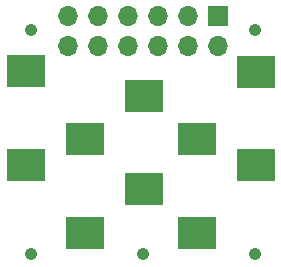
<source format=gbs>
G04 #@! TF.FileFunction,Soldermask,Bot*
%FSLAX46Y46*%
G04 Gerber Fmt 4.6, Leading zero omitted, Abs format (unit mm)*
G04 Created by KiCad (PCBNEW 4.0.6) date Sat Aug 26 16:54:21 2017*
%MOMM*%
%LPD*%
G01*
G04 APERTURE LIST*
%ADD10C,0.100000*%
%ADD11R,3.200000X2.700000*%
%ADD12C,1.050000*%
%ADD13R,1.700000X1.700000*%
%ADD14O,1.700000X1.700000*%
G04 APERTURE END LIST*
D10*
D11*
X102750000Y-81300000D03*
X102750000Y-89200000D03*
X107750000Y-87050000D03*
X107750000Y-94950000D03*
X112750000Y-83350000D03*
X112750000Y-91250000D03*
X117300000Y-87050000D03*
X117300000Y-94950000D03*
X122250000Y-81350000D03*
X122250000Y-89250000D03*
D12*
X103200000Y-96800000D03*
X112700000Y-96800000D03*
X122200000Y-96800000D03*
X122200000Y-77800000D03*
X103200000Y-77800000D03*
D13*
X119000000Y-76600000D03*
D14*
X119000000Y-79140000D03*
X116460000Y-76600000D03*
X116460000Y-79140000D03*
X113920000Y-76600000D03*
X113920000Y-79140000D03*
X111380000Y-76600000D03*
X111380000Y-79140000D03*
X108840000Y-76600000D03*
X108840000Y-79140000D03*
X106300000Y-76600000D03*
X106300000Y-79140000D03*
M02*

</source>
